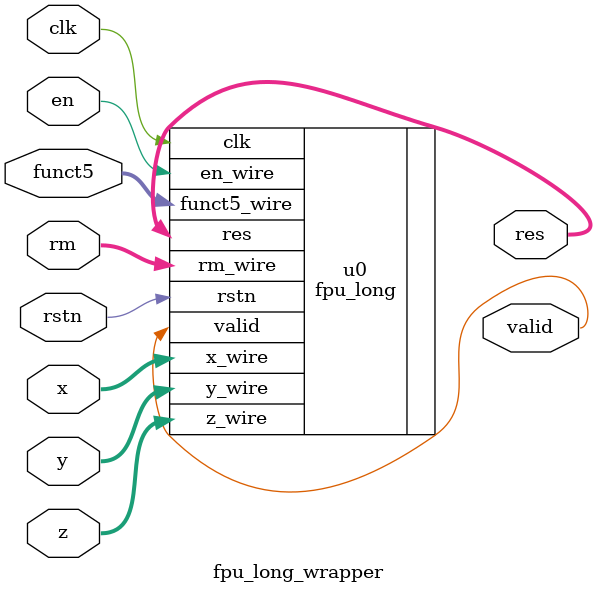
<source format=v>
`default_nettype none

module fpu_long_wrapper
    (
        input wire clk,
        input wire rstn,
        input wire en,
        input wire [31:0] x,
        input wire [31:0] y,
        input wire [31:0] z,
        input wire [4:0] funct5,
        input wire [2:0] rm,
        output wire [31:0] res,
        output wire valid
    );

    fpu_long u0 (
        .clk(clk),
        .rstn(rstn),
        .en_wire(en),
        .x_wire(x),
        .y_wire(y),
        .z_wire(z),
        .funct5_wire(funct5),
        .rm_wire(rm),
        .res(res),
        .valid(valid)
    );

endmodule

`default_nettype wire
</source>
